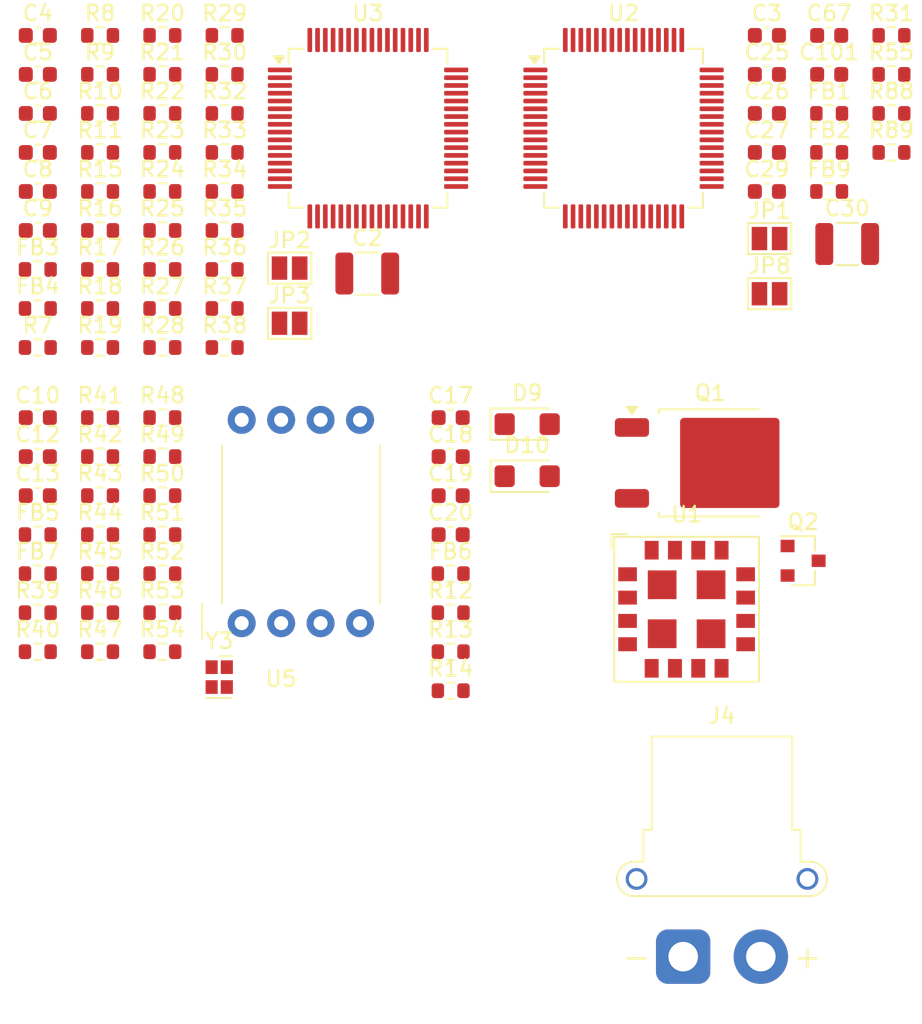
<source format=kicad_pcb>
(kicad_pcb (version 20241229) (generator "pcbnew") (generator_version "9.0")
  (layers (0 "F.Cu" signal) (2 "B.Cu" signal) (13 "F.Paste" user) (15 "B.Paste" user) (5 "F.SilkS" user "F.Silkscreen") (7 "B.SilkS" user "B.Silkscreen") (1 "F.Mask" user) (3 "B.Mask" user) (25 "Edge.Cuts" user))
  (property "APPROVER" "NaN")
  (property "AUTHOR" "Moritz and a bunch of others")
  (property "SUBSYSTEM" "Recovery Actuation and Control")
  (net 0 "")
  (net 1 "GND")
  (net 2 "Net-(U3-VBAT)")
  (net 3 "Net-(Y1-TRI-STATE)")
  (net 4 "Net-(Y2-TRI-STATE)")
  (net 5 "Net-(U5-Vcc)")
  (net 6 "/Sensor Input/3v3_Fsense")
  (net 7 "/CAN/CAN_EXT_N")
  (net 8 "Net-(U4-VCC)")
  (net 9 "Net-(C19-Pad1)")
  (net 10 "/CAN/CAN_EXT_P")
  (net 11 "Net-(U2-VBAT)")
  (net 12 "Net-(U15-VCC)")
  (net 13 "+3V3")
  (net 14 "Net-(JP1-A)")
  (net 15 "Net-(JP2-A)")
  (net 16 "/ERBus Input/12V_IN_RAW")
  (net 17 "+12V")
  (net 18 "Net-(Q1-G)")
  (net 19 "Net-(Q2-G)")
  (net 20 "/Controller Unit/Deployment Controller/MP0_IN")
  (net 21 "/Controller Unit/Deployment Controller/MP0_SAFE")
  (net 22 "/Controller Unit/Deployment Controller/MP1_IN")
  (net 23 "Net-(U4-RS)")
  (net 24 "/Controller Unit/Deployment Controller/MP1_SAFE")
  (net 25 "/Controller Unit/Deployment Controller/MP2_IN")
  (net 26 "/Controller Unit/Deployment Controller/MP2_SAFE")
  (net 27 "/Controller Unit/Deployment Controller/MP3_IN")
  (net 28 "/Controller Unit/Deployment Controller/MP3_SAFE")
  (net 29 "/Controller Unit/Deployment Controller/MP4_IN")
  (net 30 "/Controller Unit/Deployment Controller/MP4_SAFE")
  (net 31 "/Controller Unit/Deployment Controller/MP5_IN")
  (net 32 "/Controller Unit/Deployment Controller/MP5_SAFE")
  (net 33 "/Controller Unit/Deployment Controller/MP6_IN")
  (net 34 "/Controller Unit/Deployment Controller/MP6_SAFE")
  (net 35 "/Controller Unit/Deployment Controller/MP7_IN")
  (net 36 "/Controller Unit/Deployment Controller/MP7_SAFE")
  (net 37 "/Controller Unit/Deployment Controller/ARM_check")
  (net 38 "/Controller Unit/Deployment Controller/ARM_SAFE")
  (net 39 "Net-(U7-IRQ{slash}MDAT)")
  (net 40 "Net-(R40-Pad2)")
  (net 41 "Net-(R41-Pad1)")
  (net 42 "Net-(R43-Pad2)")
  (net 43 "/Sensor Input/F_IN_0")
  (net 44 "/Sensor Input/F_IN_1")
  (net 45 "Net-(R47-Pad2)")
  (net 46 "/Sensor Input/F_sense_CH0")
  (net 47 "/Sensor Input/F_sense_CH1")
  (net 48 "/Controller Unit/Deployment Controller/Received_Feedback")
  (net 49 "Net-(U2-PC15)")
  (net 50 "Net-(U15-IO2)")
  (net 51 "Net-(U15-IO3)")
  (net 54 "Net-(U1-EN)")
  (net 57 "Net-(U1-FB)")
  (net 61 "/Controller Unit/Sensor Controller/Fsense_SDO")
  (net 65 "/Controller Unit/Sensor Controller/CAN2_TX")
  (net 66 "/Controller Unit/Sensor Controller/USB_DN_INT")
  (net 76 "Net-(U2-PF0)")
  (net 77 "/Controller Unit/Sensor Controller/Fsense_SDI")
  (net 81 "/Controller Unit/Sensor Controller/FLASH_SCK")
  (net 84 "/Controller Unit/Sensor Controller/VCP_TX")
  (net 86 "/Controller Unit/Sensor Controller/SWCLK")
  (net 89 "/Controller Unit/Sensor Controller/FLASH_MISO")
  (net 91 "/Controller Unit/Sensor Controller/USB_DP_INT")
  (net 92 "/Controller Unit/Sensor Controller/Fsense_SCK")
  (net 94 "/Controller Unit/Sensor Controller/VCP_RX")
  (net 96 "/Controller Unit/Sensor Controller/FLASH_CS")
  (net 97 "/Controller Unit/Sensor Controller/Fsense_CS")
  (net 98 "/Controller Unit/Sensor Controller/FLASH_MOSI")
  (net 102 "/Controller Unit/Sensor Controller/Psense_CS")
  (net 104 "/Controller Unit/Sensor Controller/SWDIO")
  (net 110 "/Controller Unit/Sensor Controller/CAN2_RX")
  (net 113 "/Controller Unit/Deployment Controller/PWM_5")
  (net 114 "/Controller Unit/Deployment Controller/USB_DP_INT")
  (net 117 "/Controller Unit/Deployment Controller/SWDIO")
  (net 121 "/Controller Unit/Deployment Controller/CAN2_TX")
  (net 122 "Net-(U3-PF0)")
  (net 123 "/Controller Unit/Deployment Controller/SWCLK")
  (net 124 "/Controller Unit/Deployment Controller/PWM_2")
  (net 125 "/Controller Unit/Deployment Controller/PWM_1")
  (net 131 "/Controller Unit/Deployment Controller/PWM_3")
  (net 133 "/Controller Unit/Deployment Controller/VCP_RX")
  (net 134 "/Controller Unit/Deployment Controller/PWM_4")
  (net 135 "/Controller Unit/Deployment Controller/CAN2_RX")
  (net 149 "/Controller Unit/Deployment Controller/USB_DN_INT")
  (net 150 "/Controller Unit/Deployment Controller/VCP_TX")
  (net 155 "/Sensor Input/Psense_CS")
  (net 156 "/Sensor Input/Psense_SDO")
  (net 157 "/Sensor Input/Psense_SCK")
  (net 159 "Net-(U7-MCLK)")
  (footprint "Jumper:SolderJumper-2_P1.3mm_Open_Pad1.0x1.5mm" (layer "F.Cu") (at 150.76 77.1)
    (property "Reference" "JP1" (at 0 -1.8 0) (layer "F.SilkS"))
    (property "Value" "Solderbridge")
    (pad "1" smd rect (at -0.65 0) (size 1 1.5) (layers "F.Cu" "F.Mask") (net 14 "Net-(JP1-A)"))
    (pad "2" smd rect (at 0.65 0) (size 1 1.5) (layers "F.Cu" "F.Mask") (net 13 "+3V3"))
  )
  (footprint "Capacitor_SMD:C_0603_1608Metric" (layer "F.Cu") (at 103.65 66.54)
    (property "Reference" "C5" (at 0 -1.43 0) (layer "F.SilkS"))
    (property "Value" "100nF")
    (pad "1" smd roundrect (at -0.775 0) (size 0.9 0.95) (layers "F.Cu" "F.Mask" "F.Paste") (net 2 "Net-(U3-VBAT)"))
    (pad "2" smd roundrect (at 0.775 0) (size 0.9 0.95) (layers "F.Cu" "F.Mask" "F.Paste") (net 1 "GND"))
  )
  (footprint "Capacitor_SMD:C_0603_1608Metric" (layer "F.Cu") (at 103.65 76.58)
    (property "Reference" "C9" (at 0 -1.43 0) (layer "F.SilkS"))
    (property "Value" "100nF")
    (pad "1" smd roundrect (at -0.775 0) (size 0.9 0.95) (layers "F.Cu" "F.Mask" "F.Paste") (net 4 "Net-(Y2-TRI-STATE)"))
    (pad "2" smd roundrect (at 0.775 0) (size 0.9 0.95) (layers "F.Cu" "F.Mask" "F.Paste") (net 1 "GND"))
  )
  (footprint "Resistor_SMD:R_0603_1608Metric" (layer "F.Cu") (at 103.65 79.09)
    (property "Reference" "FB3" (at 0 -1.43 0) (layer "F.SilkS"))
    (property "Value" "470R")
    (pad "1" smd roundrect (at -0.825 0) (size 0.8 0.95) (layers "F.Cu" "F.Mask" "F.Paste") (net 13 "+3V3"))
    (pad "2" smd roundrect (at 0.825 0) (size 0.8 0.95) (layers "F.Cu" "F.Mask" "F.Paste") (net 2 "Net-(U3-VBAT)"))
  )
  (footprint "Resistor_SMD:R_0603_1608Metric" (layer "F.Cu") (at 130.23 103.68)
    (property "Reference" "R13" (at 0 -1.43 0) (layer "F.SilkS"))
    (property "Value" "10kR")
    (pad "1" smd roundrect (at -0.825 0) (size 0.8 0.95) (layers "F.Cu" "F.Mask" "F.Paste") (net 23 "Net-(U4-RS)"))
    (pad "2" smd roundrect (at 0.825 0) (size 0.8 0.95) (layers "F.Cu" "F.Mask" "F.Paste") (net 1 "GND"))
  )
  (footprint "Resistor_SMD:R_0603_1608Metric" (layer "F.Cu") (at 103.65 103.68)
    (property "Reference" "R40" (at 0 -1.43 0) (layer "F.SilkS"))
    (property "Value" "10kR")
    (pad "1" smd roundrect (at -0.825 0) (size 0.8 0.95) (layers "F.Cu" "F.Mask" "F.Paste") (net 6 "/Sensor Input/3v3_Fsense"))
    (pad "2" smd roundrect (at 0.825 0) (size 0.8 0.95) (layers "F.Cu" "F.Mask" "F.Paste") (net 40 "Net-(R40-Pad2)"))
  )
  (footprint "Package_QFP:LQFP-64_10x10mm_P0.5mm" (layer "F.Cu") (at 124.91 70)
    (property "Reference" "U3" (at 0 -7.4 0) (layer "F.SilkS"))
    (property "Value" "STM32G474RETx")
    (pad "1" smd roundrect (at -5.675 -3.75) (size 1.55 0.3) (layers "F.Cu" "F.Mask" "F.Paste") (net 2 "Net-(U3-VBAT)"))
    (pad "2" smd roundrect (at -5.675 -3.25) (size 1.55 0.3) (layers "F.Cu" "F.Mask" "F.Paste") (net 34 "/Controller Unit/Deployment Controller/MP6_SAFE"))
    (pad "3" smd roundrect (at -5.675 -2.75) (size 1.55 0.3) (layers "F.Cu" "F.Mask" "F.Paste") (net 36 "/Controller Unit/Deployment Controller/MP7_SAFE"))
    (pad "4" smd roundrect (at -5.675 -2.25) (size 1.55 0.3) (layers "F.Cu" "F.Mask" "F.Paste") (net 38 "/Controller Unit/Deployment Controller/ARM_SAFE"))
    (pad "5" smd roundrect (at -5.675 -1.75) (size 1.55 0.3) (layers "F.Cu" "F.Mask" "F.Paste") (net 122 "Net-(U3-PF0)"))
    (pad "6" smd roundrect (at -5.675 -1.25) (size 1.55 0.3) (layers "F.Cu" "F.Mask" "F.Paste"))
    (pad "7" smd roundrect (at -5.675 -0.75) (size 1.55 0.3) (layers "F.Cu" "F.Mask" "F.Paste"))
    (pad "8" smd roundrect (at -5.675 -0.25) (size 1.55 0.3) (layers "F.Cu" "F.Mask" "F.Paste") (net 48 "/Controller Unit/Deployment Controller/Received_Feedback"))
    (pad "9" smd roundrect (at -5.675 0.25) (size 1.55 0.3) (layers "F.Cu" "F.Mask" "F.Paste"))
    (pad "10" smd roundrect (at -5.675 0.75) (size 1.55 0.3) (layers "F.Cu" "F.Mask" "F.Paste"))
    (pad "11" smd roundrect (at -5.675 1.25) (size 1.55 0.3) (layers "F.Cu" "F.Mask" "F.Paste"))
    (pad "12" smd roundrect (at -5.675 1.75) (size 1.55 0.3) (layers "F.Cu" "F.Mask" "F.Paste"))
    (pad "13" smd roundrect (at -5.675 2.25) (size 1.55 0.3) (layers "F.Cu" "F.Mask" "F.Paste"))
    (pad "14" smd roundrect (at -5.675 2.75) (size 1.55 0.3) (layers "F.Cu" "F.Mask" "F.Paste") (net 150 "/Controller Unit/Deployment Controller/VCP_TX"))
    (pad "15" smd roundrect (at -5.675 3.25) (size 1.55 0.3) (layers "F.Cu" "F.Mask" "F.Paste") (net 1 "GND"))
    (pad "16" smd roundrect (at -5.675 3.75) (size 1.55 0.3) (layers "F.Cu" "F.Mask" "F.Paste") (net 2 "Net-(U3-VBAT)"))
    (pad "17" smd roundrect (at -3.75 5.675) (size 0.3 1.55) (layers "F.Cu" "F.Mask" "F.Paste") (net 133 "/Controller Unit/Deployment Controller/VCP_RX"))
    (pad "18" smd roundrect (at -3.25 5.675) (size 0.3 1.55) (layers "F.Cu" "F.Mask" "F.Paste") (net 125 "/Controller Unit/Deployment Controller/PWM_1"))
    (pad "19" smd roundrect (at -2.75 5.675) (size 0.3 1.55) (layers "F.Cu" "F.Mask" "F.Paste"))
    (pad "20" smd roundrect (at -2.25 5.675) (size 0.3 1.55) (layers "F.Cu" "F.Mask" "F.Paste") (net 134 "/Controller Unit/Deployment Controller/PWM_4"))
    (pad "21" smd roundrect (at -1.75 5.675) (size 0.3 1.55) (layers "F.Cu" "F.Mask" "F.Paste") (net 113 "/Controller Unit/Deployment Controller/PWM_5"))
    (pad "22" smd roundrect (at -1.25 5.675) (size 0.3 1.55) (layers "F.Cu" "F.Mask" "F.Paste"))
    (pad "23" smd roundrect (at -0.75 5.675) (size 0.3 1.55) (layers "F.Cu" "F.Mask" "F.Paste"))
    (pad "24" smd roundrect (at -0.25 5.675) (size 0.3 1.55) (layers "F.Cu" "F.Mask" "F.Paste"))
    (pad "25" smd roundrect (at 0.25 5.675) (size 0.3 1.55) (layers "F.Cu" "F.Mask" "F.Paste"))
    (pad "26" smd roundrect (at 0.75 5.675) (size 0.3 1.55) (layers "F.Cu" "F.Mask" "F.Paste"))
    (pad "27" smd roundrect (at 1.25 5.675) (size 0.3 1.55) (layers "F.Cu" "F.Mask" "F.Paste") (net 1 "GND"))
    (pad "28" smd roundrect (at 1.75 5.675) (size 0.3 1.55) (layers "F.Cu" "F.Mask" "F.Paste"))
    (pad "29" smd roundrect (at 2.25 5.675) (size 0.3 1.55) (layers "F.Cu" "F.Mask" "F.Paste") (net 2 "Net-(U3-VBAT)"))
    (pad "30" smd roundrect (at 2.75 5.675) (size 0.3 1.55) (layers "F.Cu" "F.Mask" "F.Paste"))
    (pad "31" smd roundrect (at 3.25 5.675) (size 0.3 1.55) (layers "F.Cu" "F.Mask" "F.Paste") (net 1 "GND"))
    (pad "32" smd roundrect (at 3.75 5.675) (size 0.3 1.55) (layers "F.Cu" "F.Mask" "F.Paste") (net 2 "Net-(U3-VBAT)"))
    (pad "33" smd roundrect (at 5.675 3.75) (size 1.55 0.3) (layers "F.Cu" "F.Mask" "F.Paste"))
    (pad "34" smd roundrect (at 5.675 3.25) (size 1.55 0.3) (layers "F.Cu" "F.Mask" "F.Paste") (net 135 "/Controller Unit/Deployment Controller/CAN2_RX"))
    (pad "35" smd roundrect (at 5.675 2.75) (size 1.55 0.3) (layers "F.Cu" "F.Mask" "F.Paste") (net 121 "/Controller Unit/Deployment Controller/CAN2_TX"))
    (pad "36" smd roundrect (at 5.675 2.25) (size 1.55 0.3) (layers "F.Cu" "F.Mask" "F.Paste"))
    (pad "37" smd roundrect (at 5.675 1.75) (size 1.55 0.3) (layers "F.Cu" "F.Mask" "F.Paste") (net 131 "/Controller Unit/Deployment Controller/PWM_3"))
    (pad "38" smd roundrect (at 5.675 1.25) (size 1.55 0.3) (layers "F.Cu" "F.Mask" "F.Paste"))
    (pad "39" smd roundrect (at 5.675 0.75) (size 1.55 0.3) (layers "F.Cu" "F.Mask" "F.Paste") (net 21 "/Controller Unit/Deployment Controller/MP0_SAFE"))
    (pad "40" smd roundrect (at 5.675 0.25) (size 1.55 0.3) (layers "F.Cu" "F.Mask" "F.Paste") (net 24 "/Controller Unit/Deployment Controller/MP1_SAFE"))
    (pad "41" smd roundrect (at 5.675 -0.25) (size 1.55 0.3) (layers "F.Cu" "F.Mask" "F.Paste") (net 26 "/Controller Unit/Deployment Controller/MP2_SAFE"))
    (pad "42" smd roundrect (at 5.675 -0.75) (size 1.55 0.3) (layers "F.Cu" "F.Mask" "F.Paste"))
    (pad "43" smd roundrect (at 5.675 -1.25) (size 1.55 0.3) (layers "F.Cu" "F.Mask" "F.Paste"))
    (pad "44" smd roundrect (at 5.675 -1.75) (size 1.55 0.3) (layers "F.Cu" "F.Mask" "F.Paste"))
    (pad "45" smd roundrect (at 5.675 -2.25) (size 1.55 0.3) (layers "F.Cu" "F.Mask" "F.Paste") (net 149 "/Controller Unit/Deployment Controller/USB_DN_INT"))
    (pad "46" smd roundrect (at 5.675 -2.75) (size 1.55 0.3) (layers "F.Cu" "F.Mask" "F.Paste") (net 114 "/Controller Unit/Deployment Controller/USB_DP_INT"))
    (pad "47" smd roundrect (at 5.675 -3.25) (size 1.55 0.3) (layers "F.Cu" "F.Mask" "F.Paste") (net 1 "GND"))
    (pad "48" smd roundrect (at 5.675 -3.75) (size 1.55 0.3) (layers "F.Cu" "F.Mask" "F.Paste") (net 2 "Net-(U3-VBAT)"))
    (pad "49" smd roundrect (at 3.75 -5.675) (size 0.3 1.55) (layers "F.Cu" "F.Mask" "F.Paste") (net 117 "/Controller Unit/Deployment Controller/SWDIO"))
    (pad "50" smd roundrect (at 3.25 -5.675) (size 0.3 1.55) (layers "F.Cu" "F.Mask" "F.Paste") (net 123 "/Controller Unit/Deployment Controller/SWCLK"))
    (pad "51" smd roundrect (at 2.75 -5.675) (size 0.3 1.55) (layers "F.Cu" "F.Mask" "F.Paste"))
    (pad "52" smd roundrect (at 2.25 -5.675) (size 0.3 1.55) (layers "F.Cu" "F.Mask" "F.Paste") (net 28 "/Controller Unit/Deployment Controller/MP3_SAFE"))
    (pad "53" smd roundrect (at 1.75 -5.675) (size 0.3 1.55) (layers "F.Cu" "F.Mask" "F.Paste") (net 30 "/Controller Unit/Deployment Controller/MP4_SAFE"))
    (pad "54" smd roundrect (at 1.25 -5.675) (size 0.3 1.55) (layers "F.Cu" "F.Mask" "F.Paste") (net 32 "/Controller Unit/Deployment Controller/MP5_SAFE"))
    (pad "55" smd roundrect (at 0.75 -5.675) (size 0.3 1.55) (layers "F.Cu" "F.Mask" "F.Paste"))
    (pad "56" smd roundrect (at 0.25 -5.675) (size 0.3 1.55) (layers "F.Cu" "F.Mask" "F.Paste"))
    (pad "57" smd roundrect (at -0.25 -5.675) (size 0.3 1.55) (layers "F.Cu" "F.Mask" "F.Paste"))
    (pad "58" smd roundrect (at -0.75 -5.675) (size 0.3 1.55) (layers "F.Cu" "F.Mask" "F.Paste"))
    (pad "59" smd roundrect (at -1.25 -5.675) (size 0.3 1.55) (layers "F.Cu" "F.Mask" "F.Paste") (net 124 "/Controller Unit/Deployment Controller/PWM_2"))
    (pad "60" smd roundrect (at -1.75 -5.675) (size 0.3 1.55) (layers "F.Cu" "F.Mask" "F.Paste"))
    (pad "61" smd roundrect (at -2.25 -5.675) (size 0.3 1.55) (layers "F.Cu" "F.Mask" "F.Paste") (net 15 "Net-(JP2-A)"))
    (pad "62" smd roundrect (at -2.75 -5.675) (size 0.3 1.55) (layers "F.Cu" "F.Mask" "F.Paste"))
    (pad "63" smd roundrect (at -3.25 -5.675) (size 0.3 1.55) (layers "F.Cu" "F.Mask" "F.Paste") (net 1 "GND"))
    (pad "64" smd roundrect (at -3.75 -5.675) (size 0.3 1.55) (layers "F.Cu" "F.Mask" "F.Paste") (net 2 "Net-(U3-VBAT)"))
  )
  (footprint "Resistor_SMD:R_0603_1608Metric" (layer "F.Cu") (at 107.66 98.66)
    (property "Reference" "R45" (at 0 -1.43 0) (layer "F.SilkS"))
    (property "Value" "0")
    (pad "1" smd roundrect (at -0.825 0) (size 0.8 0.95) (layers "F.Cu" "F.Mask" "F.Paste") (net 43 "/Sensor Input/F_IN_0"))
    (pad "2" smd roundrect (at 0.825 0) (size 0.8 0.95) (layers "F.Cu" "F.Mask" "F.Paste") (net 41 "Net-(R41-Pad1)"))
  )
  (footprint "Resistor_SMD:R_0603_1608Metric" (layer "F.Cu") (at 107.66 101.17)
    (property "Reference" "R46" (at 0 -1.43 0) (layer "F.SilkS"))
    (property "Value" "0")
    (pad "1" smd roundrect (at -0.825 0) (size 0.8 0.95) (layers "F.Cu" "F.Mask" "F.Paste") (net 41 "Net-(R41-Pad1)"))
    (pad "2" smd roundrect (at 0.825 0) (size 0.8 0.95) (layers "F.Cu" "F.Mask" "F.Paste") (net 44 "/Sensor Input/F_IN_1"))
  )
  (footprint "Resistor_SMD:R_0603_1608Metric" (layer "F.Cu") (at 115.68 79.09)
    (property "Reference" "R36" (at 0 -1.43 0) (layer "F.SilkS"))
    (property "Value" "10kR")
    (pad "1" smd roundrect (at -0.825 0) (size 0.8 0.95) (layers "F.Cu" "F.Mask" "F.Paste") (net 13 "+3V3"))
    (pad "2" smd roundrect (at 0.825 0) (size 0.8 0.95) (layers "F.Cu" "F.Mask" "F.Paste") (net 37 "/Controller Unit/Deployment Controller/ARM_check"))
  )
  (footprint "Resistor_SMD:R_0603_1608Metric" (layer "F.Cu") (at 103.65 81.6)
    (property "Reference" "FB4" (at 0 -1.43 0) (layer "F.SilkS"))
    (property "Value" "470R")
    (pad "1" smd roundrect (at -0.825 0) (size 0.8 0.95) (layers "F.Cu" "F.Mask" "F.Paste") (net 13 "+3V3"))
    (pad "2" smd roundrect (at 0.825 0) (size 0.8 0.95) (layers "F.Cu" "F.Mask" "F.Paste") (net 4 "Net-(Y2-TRI-STATE)"))
  )
  (footprint "Jumper:SolderJumper-2_P1.3mm_Open_Pad1.0x1.5mm" (layer "F.Cu") (at 119.86 82.55)
    (property "Reference" "JP3" (at 0 -1.8 0) (layer "F.SilkS"))
    (property "Value" "Solderbridge")
    (pad "1" smd rect (at -0.65 0) (size 1 1.5) (layers "F.Cu" "F.Mask") (net 15 "Net-(JP2-A)"))
    (pad "2" smd rect (at 0.65 0) (size 1 1.5) (layers "F.Cu" "F.Mask") (net 13 "+3V3"))
  )
  (footprint "Resistor_SMD:R_0603_1608Metric" (layer "F.Cu") (at 111.67 76.58)
    (property "Reference" "R25" (at 0 -1.43 0) (layer "F.SilkS"))
    (property "Value" "10kR")
    (pad "1" smd roundrect (at -0.825 0) (size 0.8 0.95) (layers "F.Cu" "F.Mask" "F.Paste") (net 29 "/Controller Unit/Deployment Controller/MP4_IN"))
    (pad "2" smd roundrect (at 0.825 0) (size 0.8 0.95) (layers "F.Cu" "F.Mask" "F.Paste") (net 1 "GND"))
  )
  (footprint "Resistor_SMD:R_0603_1608Metric" (layer "F.Cu") (at 111.67 79.09)
    (property "Reference" "R26" (at 0 -1.43 0) (layer "F.SilkS"))
    (property "Value" "10kR")
    (pad "1" smd roundrect (at -0.825 0) (size 0.8 0.95) (layers "F.Cu" "F.Mask" "F.Paste") (net 13 "+3V3"))
    (pad "2" smd roundrect (at 0.825 0) (size 0.8 0.95) (layers "F.Cu" "F.Mask" "F.Paste") (net 31 "/Controller Unit/Deployment Controller/MP5_IN"))
  )
  (footprint "Capacitor_SMD:C_0603_1608Metric" (layer "F.Cu") (at 103.65 88.62)
    (property "Reference" "C10" (at 0 -1.43 0) (layer "F.SilkS"))
    (property "Value" "100n")
    (pad "1" smd roundrect (at -0.775 0) (size 0.9 0.95) (layers "F.Cu" "F.Mask" "F.Paste") (net 5 "Net-(U5-Vcc)"))
    (pad "2" smd roundrect (at 0.775 0) (size 0.9 0.95) (layers "F.Cu" "F.Mask" "F.Paste") (net 1 "GND"))
  )
  (footprint "Resistor_SMD:R_0603_1608Metric" (layer "F.Cu") (at 111.67 91.13)
    (property "Reference" "R49" (at 0 -1.43 0) (layer "F.SilkS"))
    (property "Value" "0")
    (pad "1" smd roundrect (at -0.825 0) (size 0.8 0.95) (layers "F.Cu" "F.Mask" "F.Paste") (net 45 "Net-(R47-Pad2)"))
    (pad "2" smd roundrect (at 0.825 0) (size 0.8 0.95) (layers "F.Cu" "F.Mask" "F.Paste") (net 46 "/Sensor Input/F_sense_CH0"))
  )
  (footprint "Resistor_SMD:R_0603_1608Metric" (layer "F.Cu") (at 130.23 98.66)
    (property "Reference" "FB6" (at 0 -1.43 0) (layer "F.SilkS"))
    (property "Value" "470R")
    (pad "1" smd roundrect (at -0.825 0) (size 0.8 0.95) (layers "F.Cu" "F.Mask" "F.Paste") (net 13 "+3V3"))
    (pad "2" smd roundrect (at 0.825 0) (size 0.8 0.95) (layers "F.Cu" "F.Mask" "F.Paste") (net 8 "Net-(U4-VCC)"))
  )
  (footprint "Resistor_SMD:R_0603_1608Metric" (layer "F.Cu") (at 111.67 96.15)
    (property "Reference" "R51" (at 0 -1.43 0) (layer "F.SilkS"))
    (property "Value" "0")
    (pad "1" smd roundrect (at -0.825 0) (size 0.8 0.95) (layers "F.Cu" "F.Mask" "F.Paste") (net 41 "Net-(R41-Pad1)"))
    (pad "2" smd roundrect (at 0.825 0) (size 0.8 0.95) (layers "F.Cu" "F.Mask" "F.Paste") (net 46 "/Sensor Input/F_sense_CH0"))
  )
  (footprint "Resistor_SMD:R_0603_1608Metric" (layer "F.Cu") (at 111.67 88.62)
    (property "Reference" "R48" (at 0 -1.43 0) (layer "F.SilkS"))
    (property "Value" "0")
    (pad "1" smd roundrect (at -0.825 0) (size 0.8 0.95) (layers "F.Cu" "F.Mask" "F.Paste") (net 45 "Net-(R47-Pad2)"))
    (pad "2" smd roundrect (at 0.825 0) (size 0.8 0.95) (layers "F.Cu" "F.Mask" "F.Paste") (net 44 "/Sensor Input/F_IN_1"))
  )
  (footprint "Capacitor_SMD:C_0603_1608Metric" (layer "F.Cu") (at 103.65 69.05)
    (property "Reference" "C6" (at 0 -1.43 0) (layer "F.SilkS"))
    (property "Value" "100nF")
    (pad "1" smd roundrect (at -0.775 0) (size 0.9 0.95) (layers "F.Cu" "F.Mask" "F.Paste") (net 2 "Net-(U3-VBAT)"))
    (pad "2" smd roundrect (at 0.775 0) (size 0.9 0.95) (layers "F.Cu" "F.Mask" "F.Paste") (net 1 "GND"))
  )
  (footprint "Resistor_SMD:R_0603_1608Metric" (layer "F.Cu") (at 107.66 69.05)
    (property "Reference" "R10" (at 0 -1.43 0) (layer "F.SilkS"))
    (property "Value" "10kR")
    (pad "1" smd roundrect (at -0.825 0) (size 0.8 0.95) (layers "F.Cu" "F.Mask" "F.Paste") (net 20 "/Controller Unit/Deployment Controller/MP0_IN"))
    (pad "2" smd roundrect (at 0.825 0) (size 0.8 0.95) (layers "F.Cu" "F.Mask" "F.Paste") (net 1 "GND"))
  )
  (footprint "Resistor_SMD:R_0603_1608Metric" (layer "F.Cu") (at 107.66 64.03)
    (property "Reference" "R8" (at 0 -1.43 0) (layer "F.SilkS"))
    (property "Value" "10kR")
    (pad "1" smd roundrect (at -0.825 0) (size 0.8 0.95) (layers "F.Cu" "F.Mask" "F.Paste") (net 13 "+3V3"))
    (pad "2" smd roundrect (at 0.825 0) (size 0.8 0.95) (layers "F.Cu" "F.Mask" "F.Paste") (net 20 "/Controller Unit/Deployment Controller/MP0_IN"))
  )
  (footprint "Resistor_SMD:R_0603_1608Metric" (layer "F.Cu") (at 154.6 74.07)
    (property "Reference" "FB9" (at 0 -1.43 0) (layer "F.SilkS"))
    (property "Value" "470R")
    (pad "1" smd roundrect (at -0.825 0) (size 0.8 0.95) (layers "F.Cu" "F.Mask" "F.Paste") (net 13 "+3V3"))
    (pad "2" smd roundrect (at 0.825 0) (size 0.8 0.95) (layers "F.Cu" "F.Mask" "F.Paste") (net 12 "Net-(U15-VCC)"))
  )
  (footprint "Capacitor_SMD:C_0603_1608Metric" (layer "F.Cu") (at 130.23 91.13)
    (property "Reference" "C18" (at 0 -1.43 0) (layer "F.SilkS"))
    (property "Value" "100nF")
    (pad "1" smd roundrect (at -0.775 0) (size 0.9 0.95) (layers "F.Cu" "F.Mask" "F.Paste") (net 8 "Net-(U4-VCC)"))
    (pad "2" smd roundrect (at 0.775 0) (size 0.9 0.95) (layers "F.Cu" "F.Mask" "F.Paste") (net 1 "GND"))
  )
  (footprint "Resistor_SMD:R_0603_1608Metric" (layer "F.Cu") (at 107.66 91.13)
    (property "Reference" "R42" (at 0 -1.43 0) (layer "F.SilkS"))
    (property "Value" "10kR")
    (pad "1" smd roundrect (at -0.825 0) (size 0.8 0.95) (layers "F.Cu" "F.Mask" "F.Paste") (net 40 "Net-(R40-Pad2)"))
    (pad "2" smd roundrect (at 0.825 0) (size 0.8 0.95) (layers "F.Cu" "F.Mask" "F.Paste") (net 1 "GND"))
  )
  (footprint "Resistor_SMD:R_0603_1608Metric" (layer "F.Cu") (at 154.6 71.56)
    (property "Reference" "FB2" (at 0 -1.43 0) (layer "F.SilkS"))
    (property "Value" "470R")
    (pad "1" smd roundrect (at -0.825 0) (size 0.8 0.95) (layers "F.Cu" "F.Mask" "F.Paste") (net 13 "+3V3"))
    (pad "2" smd roundrect (at 0.825 0) (size 0.8 0.95) (layers "F.Cu" "F.Mask" "F.Paste") (net 11 "Net-(U2-VBAT)"))
  )
  (footprint "Package_QFP:LQFP-64_10x10mm_P0.5mm" (layer "F.Cu") (at 141.36 70)
    (property "Reference" "U2" (at 0 -7.4 0) (layer "F.SilkS"))
    (property "Value" "STM32G474RETx")
    (pad "1" smd roundrect (at -5.675 -3.75) (size 1.55 0.3) (layers "F.Cu" "F.Mask" "F.Paste") (net 11 "Net-(U2-VBAT)"))
    (pad "2" smd roundrect (at -5.675 -3.25) (size 1.55 0.3) (layers "F.Cu" "F.Mask" "F.Paste"))
    (pad "3" smd roundrect (at -5.675 -2.75) (size 1.55 0.3) (layers "F.Cu" "F.Mask" "F.Paste"))
    (pad "4" smd roundrect (at -5.675 -2.25) (size 1.55 0.3) (layers "F.Cu" "F.Mask" "F.Paste") (net 49 "Net-(U2-PC15)"))
    (pad "5" smd roundrect (at -5.675 -1.75) (size 1.55 0.3) (layers "F.Cu" "F.Mask" "F.Paste") (net 76 "Net-(U2-PF0)"))
    (pad "6" smd roundrect (at -5.675 -1.25) (size 1.55 0.3) (layers "F.Cu" "F.Mask" "F.Paste"))
    (pad "7" smd roundrect (at -5.675 -0.75) (size 1.55 0.3) (layers "F.Cu" "F.Mask" "F.Paste"))
    (pad "8" smd roundrect (at -5.675 -0.25) (size 1.55 0.3) (layers "F.Cu" "F.Mask" "F.Paste"))
    (pad "9" smd roundrect (at -5.675 0.25) (size 1.55 0.3) (layers "F.Cu" "F.Mask" "F.Paste"))
    (pad "10" smd roundrect (at -5.675 0.75) (size 1.55 0.3) (layers "F.Cu" "F.Mask" "F.Paste"))
    (pad "11" smd roundrect (at -5.675 1.25) (size 1.55 0.3) (layers "F.Cu" "F.Mask" "F.Paste"))
    (pad "12" smd roundrect (at -5.675 1.75) (size 1.55 0.3) (layers "F.Cu" "F.Mask" "F.Paste"))
    (pad "13" smd roundrect (at -5.675 2.25) (size 1.55 0.3) (layers "F.Cu" "F.Mask" "F.Paste"))
    (pad "14" smd roundrect (at -5.675 2.75) (size 1.55 0.3) (layers "F.Cu" "F.Mask" "F.Paste") (net 84 "/Controller Unit/Sensor Controller/VCP_TX"))
    (pad "15" smd roundrect (at -5.675 3.25) (size 1.55 0.3) (layers "F.Cu" "F.Mask" "F.Paste") (net 1 "GND"))
    (pad "16" smd roundrect (at -5.675 3.75) (size 1.55 0.3) (layers "F.Cu" "F.Mask" "F.Paste") (net 11 "Net-(U2-VBAT)"))
    (pad "17" smd roundrect (at -3.75 5.675) (size 0.3 1.55) (layers "F.Cu" "F.Mask" "F.Paste") (net 94 "/Controller Unit/Sensor Controller/VCP_RX"))
    (pad "18" smd roundrect (at -3.25 5.675) (size 0.3 1.55) (layers "F.Cu" "F.Mask" "F.Paste") (net 96 "/Controller Unit/Sensor Controller/FLASH_CS"))
    (pad "19" smd roundrect (at -2.75 5.675) (size 0.3 1.55) (layers "F.Cu" "F.Mask" "F.Paste") (net 81 "/Controller Unit/Sensor Controller/FLASH_SCK"))
    (pad "20" smd roundrect (at -2.25 5.675) (size 0.3 1.55) (layers "F.Cu" "F.Mask" "F.Paste") (net 89 "/Controller Unit/Sensor Controller/FLASH_MISO"))
    (pad "21" smd roundrect (at -1.75 5.675) (size 0.3 1.55) (layers "F.Cu" "F.Mask" "F.Paste") (net 98 "/Controller Unit/Sensor Controller/FLASH_MOSI"))
    (pad "22" smd roundrect (at -1.25 5.675) (size 0.3 1.55) (layers "F.Cu" "F.Mask" "F.Paste"))
    (pad "23" smd roundrect (at -0.75 5.675) (size 0.3 1.55) (layers "F.Cu" "F.Mask" "F.Paste"))
    (pad "24" smd roundrect (at -0.25 5.675) (size 0.3 1.55) (layers "F.Cu" "F.Mask" "F.Paste") (net 102 "/Controller Unit/Sensor Controller/Psense_CS"))
    (pad "25" smd roundrect (at 0.25 5.675) (size 0.3 1.55) (layers "F.Cu" "F.Mask" "F.Paste"))
    (pad "26" smd roundrect (at 0.75 5.675) (size 0.3 1.55) (layers "F.Cu" "F.Mask" "F.Paste"))
    (pad "27" smd roundrect (at 1.25 5.675) (size 0.3 1.55) (layers "F.Cu" "F.Mask" "F.Paste") (net 1 "GND"))
    (pad "28" smd roundrect (at 1.75 5.675) (size 0.3 1.55) (layers "F.Cu" "F.Mask" "F.Paste"))
    (pad "29" smd roundrect (at 2.25 5.675) (size 0.3 1.55) (layers "F.Cu" "F.Mask" "F.Paste") (net 11 "Net-(U2-VBAT)"))
    (pad "30" smd roundrect (at 2.75 5.675) (size 0.3 1.55) (layers "F.Cu" "F.Mask" "F.Paste"))
    (pad "31" smd roundrect (at 3.25 5.675) (size 0.3 1.55) (layers "F.Cu" "F.Mask" "F.Paste") (net 1 "GND"))
    (pad "32" smd roundrect (at 3.75 5.675) (size 0.3 1.55) (layers "F.Cu" "F.Mask" "F.Paste") (net 11 "Net-(U2-VBAT)"))
    (pad "33" smd roundrect (at 5.675 3.75) (size 1.55 0.3) (layers "F.Cu" "F.Mask" "F.Paste"))
    (pad "34" smd roundrect (at 5.675 3.25) (size 1.55 0.3) (layers "F.Cu" "F.Mask" "F.Paste") (net 110 "/Controller Unit/Sensor Controller/CAN2_RX"))
    (pad "35" smd roundrect (at 5.675 2.75) (size 1.55 0.3) (layers "F.Cu" "F.Mask" "F.Paste") (net 65 "/Controller Unit/Sensor Controller/CAN2_TX"))
    (pad "36" smd roundrect (at 5.675 2.25) (size 1.55 0.3) (layers "F.Cu" "F.Mask" "F.Paste"))
    (pad "37" smd roundrect (at 5.675 1.75) (size 1.55 0.3) (layers "F.Cu" "F.Mask" "F.Paste"))
    (pad "38" smd roundrect (at 5.675 1.25) (size 1.55 0.3) (layers "F.Cu" "F.Mask" "F.Paste"))
    (pad "39" smd roundrect (at 5.675 0.75) (size 1.55 0.3) (layers "F.Cu" "F.Mask" "F.Paste"))
    (pad "40" smd roundrect (at 5.675 0.25) (size 1.55 0.3) (layers "F.Cu" "F.Mask" "F.Paste"))
    (pad "41" smd roundrect (at 5.675 -0.25) (size 1.55 0.3) (layers "F.Cu" "F.Mask" "F.Paste"))
    (pad "42" smd roundrect (at 5.675 -0.75) (size 1.55 0.3) (layers "F.Cu" "F.Mask" "F.Paste"))
    (pad "43" smd roundrect (at 5.675 -1.25) (size 1.55 0.3) (layers "F.Cu" "F.Mask" "F.Paste"))
    (pad "44" smd roundrect (at 5.675 -1.75) (size 1.55 0.3) (layers "F.Cu" "F.Mask" "F.Paste"))
    (pad "45" smd roundrect (at 5.675 -2.25) (size 1.55 0.3) (layers "F.Cu" "F.Mask" "F.Paste") (net 66 "/Controller Unit/Sensor Controller/USB_DN_INT"))
    (pad "46" smd roundrect (at 5.675 -2.75) (size 1.55 0.3) (layers "F.Cu" "F.Mask" "F.Paste") (net 91 "/Controller Unit/Sensor Controller/USB_DP_INT"))
    (pad "47" smd roundrect (at 5.675 -3.25) (size 1.55 0.3) (layers "F.Cu" "F.Mask" "F.Paste") (net 1 "GND"))
    (pad "48" smd roundrect (at 5.675 -3.75) (size 1.55 0.3) (layers "F.Cu" "F.Mask" "F.Paste") (net 11 "Net-(U2-VBAT)"))
    (pad "49" smd roundrect (at 3.75 -5.675) (size 0.3 1.55) (layers "F.Cu" "F.Mask" "F.Paste") (net 104 "/Controller Unit/Sensor Controller/SWDIO"))
    (pad "50" smd roundrect (at 3.25 -5.675) (size 0.3 1.55) (layers "F.Cu" "F.Mask" "F.Paste") (net 86 "/Controller Unit/Sensor Controller/SWCLK"))
    (pad "51" smd roundrect (at 2.75 -5.675) (size 0.3 1.55) (layers "F.Cu" "F.Mask" "F.Paste") (net 97 "/Controller Unit/Sensor Controller/Fsense_CS"))
    (pad "52" smd roundrect (at 2.25 -5.675) (size 0.3 1.55) (layers "F.Cu" "F.Mask" "F.Paste"))
    (pad "53" smd roundrect (at 1.75 -5.675) (size 0.3 1.55) (layers "F.Cu" "F.Mask" "F.Paste"))
    (pad "54" smd roundrect (at 1.25 -5.675) (size 0.3 1.55) (layers "F.Cu" "F.Mask" "F.Paste"))
    (pad "55" smd roundrect (at 0.75 -5.675) (size 0.3 1.55) (layers "F.Cu" "F.Mask" "F.Paste"))
    (pad "56" smd roundrect (at 0.25 -5.675) (size 0.3 1.55) (layers "F.Cu" "F.Mask" "F.Paste") (net 92 "/Controller Unit/Sensor Controller/Fsense_SCK"))
    (pad "57" smd roundrect (at -0.25 -5.675) (size 0.3 1.55) (layers "F.Cu" "F.Mask" "F.Paste") (net 61 "/Controller Unit/Sensor Controller/Fsense_SDO"))
    (pad "58" smd roundrect (at -0.75 -5.675) (size 0.3 1.55) (layers "F.Cu" "F.Mask" "F.Paste") (net 77 "/Controller Unit/Sensor Controller/Fsense_SDI"))
    (pad "59" smd roundrect (at -1.25 -5.675) (size 0.3 1.55) (layers "F.Cu" "F.Mask" "F.Paste"))
    (pad "60" smd roundrect (at -1.75 -5.675) (size 0.3 1.55) (layers "F.Cu" "F.Mask" "F.Paste"))
    (pad "61" smd roundrect (at -2.25 -5.675) (size 0.3 1.55) (layers "F.Cu" "F.Mask" "F.Paste") (net 14 "Net-(JP1-A)"))
    (pad "62" smd roundrect (at -2.75 -5.675) (size 0.3 1.55) (layers "F.Cu" "F.Mask" "F.Paste"))
    (pad "63" smd roundrect (at -3.25 -5.675) (size 0.3 1.55) (layers "F.Cu" "F.Mask" "F.Paste") (net 1 "GND"))
    (pad "64" smd roundrect (at -3.75 -5.675) (size 0.3 1.55) (layers "F.Cu" "F.Mask" "F.Paste") (net 11 "Net-(U2-VBAT)"))
  )
  (footprint "Resistor_SMD:R_0603_1608Metric" (layer "F.Cu") (at 111.67 103.68)
    (property "Reference" "R54" (at 0 -1.43 0) (layer "F.SilkS"))
    (property "Value" "0")
    (pad "1" smd roundrect (at -0.825 0) (size 0.8 0.95) (layers "F.Cu" "F.Mask" "F.Paste") (net 47 "/Sensor Input/F_sense_CH1"))
    (pad "2" smd roundrect (at 0.825 0) (size 0.8 0.95) (layers "F.Cu" "F.Mask" "F.Paste") (net 44 "/Sensor Input/F_IN_1"))
  )
  (footprint "Resistor_SMD:R_0603_1608Metric" (layer "F.Cu") (at 111.67 71.56)
    (property "Reference" "R23" (at 0 -1.43 0) (layer "F.SilkS"))
    (property "Value" "10kR")
    (pad "1" smd roundrect (at -0.825 0) (size 0.8 0.95) (layers "F.Cu" "F.Mask" "F.Paste") (net 13 "+3V3"))
    (pad "2" smd roundrect (at 0.825 0) (size 0.8 0.95) (layers "F.Cu" "F.Mask" "F.Paste") (net 29 "/Controller Unit/Deployment Controller/MP4_IN"))
  )
  (footprint "Resistor_SMD:R_0603_1608Metric" (layer "F.Cu") (at 115.68 76.58)
    (property "Reference" "R35" (at 0 -1.43 0) (layer "F.SilkS"))
    (property "Value" "10kR")
    (pad "1" smd roundrect (at -0.825 0) (size 0.8 0.95) (layers "F.Cu" "F.Mask" "F.Paste") (net 35 "/Controller Unit/Deployment Controller/MP7_IN"))
    (pad "2" smd roundrect (at 0.825 0) (size 0.8 0.95) (layers "F.Cu" "F.Mask" "F.Paste") (net 1 "GND"))
  )
  (footprint "Resistor_SMD:R_0603_1608Metric" (layer "F.Cu") (at 115.68 84.11)
    (property "Reference" "R38" (at 0 -1.43 0) (layer "F.SilkS"))
    (property "Value" "10kR")
    (pad "1" smd roundrect (at -0.825 0) (size 0.8 0.95) (layers "F.Cu" "F.Mask" "F.Paste") (net 37 "/Controller Unit/Deployment Controller/ARM_check"))
    (pad "2" smd roundrect (at 0.825 0) (size 0.8 0.95) (layers "F.Cu" "F.Mask" "F.Paste") (net 1 "GND"))
  )
  (footprint "Capacitor_SMD:C_0603_1608Metric" (layer "F.Cu") (at 150.59 64.03)
    (property "Reference" "C3" (at 0 -1.43 0) (layer "F.SilkS"))
    (property "Value" "100nF")
    (pad "1" smd roundrect (at -0.775 0) (size 0.9 0.95) (layers "F.Cu" "F.Mask" "F.Paste") (net 3 "Net-(Y1-TRI-STATE)"))
    (pad "2" smd roundrect (at 0.775 0) (size 0.9 0.95) (layers "F.Cu" "F.Mask" "F.Paste") (net 1 "GND"))
  )
  (footprint "Resistor_SMD:R_0603_1608Metric" (layer "F.Cu") (at 115.68 71.56)
    (property "Reference" "R33" (at 0 -1.43 0) (layer "F.SilkS"))
    (property "Value" "10kR")
    (pad "1" smd roundrect (at -0.825 0) (size 0.8 0.95) (layers "F.Cu" "F.Mask" "F.Paste") (net 13 "+3V3"))
    (pad "2" smd roundrect (at 0.825 0) (size 0.8 0.95) (layers "F.Cu" "F.Mask" "F.Paste") (net 35 "/Controller Unit/Deployment Controller/MP7_IN"))
  )
  (footprint "Capacitor_SMD:C_0603_1608Metric" (layer "F.Cu") (at 150.59 71.56)
    (property "Reference" "C27" (at 0 -1.43 0) (layer "F.SilkS"))
    (property "Value" "100nF")
    (pad "1" smd roundrect (at -0.775 0) (size 0.9 0.95) (layers "F.Cu" "F.Mask" "F.Paste") (net 11 "Net-(U2-VBAT)"))
    (pad "2" smd roundrect (at 0.775 0) (size 0.9 0.95) (layers "F.Cu" "F.Mask" "F.Paste") (net 1 "GND"))
  )
  (footprint "Resistor_SMD:R_0603_1608Metric" (layer "F.Cu") (at 111.67 84.11)
    (property "Reference" "R28" (at 0 -1.43 0) (layer "F.SilkS"))
    (property "Value" "10kR")
    (pad "1" smd roundrect (at -0.825 0) (size 0.8 0.95) (layers "F.Cu" "F.Mask" "F.Paste") (net 31 "/Controller Unit/Deployment Controller/MP5_IN"))
    (pad "2" smd roundrect (at 0.825 0) (size 0.8 0.95) (layers "F.Cu" "F.Mask" "F.Paste") (net 1 "GND"))
  )
  (footprint "Resistor_SMD:R_0603_1608Metric" (layer "F.Cu") (at 115.68 81.6)
    (property "Reference" "R37" (at 0 -1.43 0) (layer "F.SilkS"))
    (property "Value" "10kR")
    (pad "1" smd roundrect (at -0.825 0) (size 0.8 0.95) (layers "F.Cu" "F.Mask" "F.Paste") (net 38 "/Controller Unit/Deployment Controller/ARM_SAFE"))
    (pad "2" smd roundrect (at 0.825 0) (size 0.8 0.95) (layers "F.Cu" "F.Mask" "F.Paste") (net 37 "/Controller Unit/Deployment Controller/ARM_check"))
  )
  (footprint "Resistor_SMD:R_0603_1608Metric" (layer "F.Cu") (at 111.67 64.03)
    (property "Reference" "R20" (at 0 -1.43 0) (layer "F.SilkS"))
    (property "Value" "10kR")
    (pad "1" smd roundrect (at -0.825 0) (size 0.8 0.95) (layers "F.Cu" "F.Mask" "F.Paste") (net 13 "+3V3"))
    (pad "2" smd roundrect (at 0.825 0) (size 0.8 0.95) (layers "F.Cu" "F.Mask" "F.Paste") (net 27 "/Controller Unit/Deployment Controller/MP3_IN"))
  )
  (footprint "Capacitor_SMD:C_0603_1608Metric" (layer "F.Cu") (at 103.65 91.13)
    (property "Reference" "C12" (at 0 -1.43 0) (layer "F.SilkS"))
    (property "Value" "100nF")
    (pad "1" smd roundrect (at -0.775 0) (size 0.9 0.95) (layers "F.Cu" "F.Mask" "F.Paste") (net 6 "/Sensor Input/3v3_Fsense"))
    (pad "2" smd roundrect (at 0.775 0) (size 0.9 0.95) (layers "F.Cu" "F.Mask" "F.Paste") (net 1 "GND"))
  )
  (footprint "Capacitor_SMD:C_0603_1608Metric" (layer "F.Cu") (at 154.6 64.03)
    (property "Reference" "C67" (at 0 -1.43 0) (layer "F.SilkS"))
    (property "Value" "100nF")
    (pad "1" smd roundrect (at -0.775 0) (size 0.9 0.95) (layers "F.Cu" "F.Mask" "F.Paste") (net 12 "Net-(U15-VCC)"))
    (pad "2" smd roundrect (at 0.775 0) (size 0.9 0.95) (layers "F.Cu" "F.Mask" "F.Paste") (net 1 "GND"))
  )
  (footprint "Resistor_SMD:R_0603_1608Metric" (layer "F.Cu") (at 111.67 93.64)
    (property "Reference" "R50" (at 0 -1.43 0) (layer "F.SilkS"))
    (property "Value" "0")
    (pad "1" smd roundrect (at -0.825 0) (size 0.8 0.95) (layers "F.Cu" "F.Mask" "F.Paste") (net 47 "/Sensor Input/F_sense_CH1"))
    (pad "2" smd roundrect (at 0.825 0) (size 0.8 0.95) (layers "F.Cu" "F.Mask" "F.Paste") (net 42 "Net-(R43-Pad2)"))
  )
  (footprint "Resistor_SMD:R_0603_1608Metric" (layer "F.Cu") (at 107.66 93.64)
    (property "Reference" "R43" (at 0 -1.43 0) (layer "F.SilkS"))
    (property "Value" "10kR")
    (pad "1" smd roundrect (at -0.825 0) (size 0.8 0.95) (layers "F.Cu" "F.Mask" "F.Paste") (net 6 "/Sensor Input/3v3_Fsense"))
    (pad "2" smd roundrect (at 0.825 0) (size 0.8 0.95) (layers "F.Cu" "F.Mask" "F.Paste") (net 42 "Net-(R43-Pad2)"))
  )
  (footprint "Resistor_SMD:R_0603_1608Metric" (layer "F.Cu") (at 130.23 101.17)
    (property "Reference" "R12" (at 0 -1.43 0) (layer "F.SilkS"))
    (property "Value" "60R")
    (pad "1" smd roundrect (at -0.825 0) (size 0.8 0.95) (layers "F.Cu" "F.Mask" "F.Paste") (net 7 "/CAN/CAN_EXT_N"))
    (pad "2" smd roundrect (at 0.825 0) (size 0.8 0.95) (layers "F.Cu" "F.Mask" "F.Paste") (net 9 "Net-(C19-Pad1)"))
  )
  (footprint "MagIC_SMD_Wurth:U_Wurth_WPME-VDLM-LGA-16EP" (layer "F.Cu") (at 145.42 100.95)
    (property "Reference" "U1" (at 0 -6.1 0) (layer "F.SilkS"))
    (property "Value" "LGA-16EP_171011801" (hide yes))
    (pad "1" smd rect (at -3.8 -2.25 90) (size 0.9 1.2) (layers "F.Cu" "F.Mask") (net 17 "+12V"))
    (pad "2" smd rect (at -3.8 -0.75 90) (size 0.9 1.2) (layers "F.Cu" "F.Mask") (net 17 "+12V"))
    (pad "3" smd rect (at -3.8 0.75 90) (size 0.9 1.2) (layers "F.Cu" "F.Mask") (net 17 "+12V"))
    (pad "4" smd rect (at -3.8 2.25 90) (size 0.9 1.2) (layers "F.Cu" "F.Mask") (net 17 "+12V"))
    (pad "5" smd rect (at -2.25 3.8) (size 0.9 1.2) (layers "F.Cu" "F.Mask"))
    (pad "6" smd rect (at -0.75 3.8) (size 0.9 1.2) (layers "F.Cu" "F.Mask"))
    (pad "7" smd rect (at 0.75 3.8) (size 0.9 1.2) (layers "F.Cu" "F.Mask"))
    (pad "8" smd rect (at 2.25 3.8) (size 0.9 1.2) (layers "F.Cu" "F.Mask"))
    (pad "9" smd rect (at 3.8 2.25 270) (size 0.9 1.2) (layers "F.Cu" "F.Mask") (net 13 "+3V3"))
    (pad "10" smd rect (at 3.8 0.75 270) (size 0.9 1.2) (layers "F.Cu" "F.Mask") (net 13 "+3V3"))
    (pad "11" smd rect (at 3.8 -0.75 270) (size 0.9 1.2) (layers "F.Cu" "F.Mask") (net 13 "+3V3"))
    (pad "12" smd rect (at 3.8 -2.25 270) (size 0.9 1.2) (layers "F.Cu" "F.Mask") (net 13 "+3V3"))
    (pad "13" smd rect (at 2.25 -3.8) (size 0.9 1.2) (layers "F.Cu" "F.Mask") (net 57 "Net-(U1-FB)"))
    (pad "14" smd rect (at 0.75 -3.8) (size 0.9 1.2) (layers "F.Cu" "F.Mask"))
    (pad "15" smd rect (at -0.75 -3.8) (size 0.9 1.2) (layers "F.Cu" "F.Mask"))
    (pad "16" smd rect (at -2.25 -3.8) (size 0.9 1.2) (layers "F.Cu" "F.Mask") (net 54 "Net-(U1-EN)"))
    (pad "EP" smd rect (at -1.575 -1.575) (size 1.85 1.85) (layers "F.Cu" "F.Mask") (net 1 "GND"))
    (pad "EP" smd rect (at -1.575 1.575) (size 1.85 1.85) (layers "F.Cu" "F.Mask") (net 1 "GND"))
    (pad "EP" smd rect (at 1.575 -1.575) (size 1.85 1.85) (layers "F.Cu" "F.Mask") (net 1 "GND"))
    (pad "EP" smd rect (at 1.575 1.575) (size 1.85 1.85) (layers "F.Cu" "F.Mask") (net 1 "GND"))
  )
  (footprint "Resistor_SMD:R_0603_1608Metric" (layer "F.Cu") (at 107.66 76.58)
    (property "Reference" "R16" (at 0 -1.43 0) (layer "F.SilkS"))
    (property "Value" "10kR")
    (pad "1" smd roundrect (at -0.825 0) (size 0.8 0.95) (layers "F.Cu" "F.Mask" "F.Paste") (net 22 "/Controller Unit/Deployment Controller/MP1_IN"))
    (pad "2" smd roundrect (at 0.825 0) (size 0.8 0.95) (layers "F.Cu" "F.Mask" "F.Paste") (net 1 "GND"))
  )
  (footprint "Resistor_SMD:R_0603_1608Metric" (layer "F.Cu") (at 158.61 69.05)
    (property "Reference" "R88" (at 0 -1.43 0) (layer "F.SilkS"))
    (property "Value" "10kR")
    (pad "1" smd roundrect (at -0.825 0) (size 0.8 0.95) (layers "F.Cu" "F.Mask" "F.Paste") (net 13 "+3V3"))
    (pad "2" smd roundrect (at 0.825 0) (size 0.8 0.95) (layers "F.Cu" "F.Mask" "F.Paste") (net 50 "Net-(U15-IO2)"))
  )
  (footprint "Connector_AMASS:AMASS_XT30PW-F_1x02_P2.50mm_Horizontal" (layer "F.Cu") (at 145.2 123.3)
    (property "Reference" "J4" (at 2.5 -15.5 0) (layer "F.SilkS"))
    (property "Value" "XT30PW-F")
    (fp_text user "-" (at -3 0 0) (layer "F.SilkS") (effects (font (size 1.5 1.5))))
    (fp_text user "+" (at 8 0 0) (layer "F.SilkS") (effects (font (size 1.5 1.5))))
    (pad "" thru_hole circle (at -3 -5 90) (size 1.4 1.4) (drill 1) (layers "*.Cu" "*.Mask"))
    (pad "" thru_hole circle (at 8 -5) (size 1.4 1.4) (drill 1) (layers "*.Cu" "*.Mask"))
    (pad "1" thru_hole roundrect (at 0 0) (size 3.5 3.5) (drill 1.9) (layers "*.Cu" "*.Mask") (roundrect_rratio 0.22))
    (pad "2" thru_hole circle (at 5 0) (size 3.5 3.5) (drill 1.9) (layers "*.Cu" "*.Mask"))
  )
  (footprint "Resistor_SMD:R_0603_1608Metric" (layer "F.Cu") (at 154.6 69.05)
    (property "Reference" "FB1" (at 0 -1.43 0) (layer "F.SilkS"))
    (property "Value" "470R")
    (pad "1" smd roundrect (at -0.825 0) (size 0.8 0.95) (layers "F.Cu" "F.Mask" "F.Paste") (net 13 "+3V3"))
    (pad "2" smd roundrect (at 0.825 0) (size 0.8 0.95) (layers "F.Cu" "F.Mask" "F.Paste") (net 3 "Net-(Y1-TRI-STATE)"))
  )
  (footprint "Resistor_SMD:R_0603_1608Metric" (layer "F.Cu") (at 115.68 66.54)
    (property "Reference" "R30" (at 0 -1.43 0) (layer "F.SilkS"))
    (property "Value" "10kR")
    (pad "1" smd roundrect (at -0.825 0) (size 0.8 0.95) (layers "F.Cu" "F.Mask" "F.Paste") (net 34 "/Controller Unit/Deployment Controller/MP6_SAFE"))
    (pad "2" smd roundrect (at 0.825 0) (size 0.8 0.95) (layers "F.Cu" "F.Mask" "F.Paste") (net 33 "/Controller Unit/Deployment Controller/MP6_IN"))
  )
  (footprint "Resistor_SMD:R_0603_1608Metric" (layer "F.Cu") (at 107.66 96.15)
    (property "Reference" "R44" (at 0 -1.43 0) (layer "F.SilkS"))
    (property "Value" "10kR")
    (pad "1" smd roundrect (at -0.825 0) (size 0.8 0.95) (layers "F.Cu" "F.Mask" "F.Paste") (net 42 "Net-(R43-Pad2)"))
    (pad "2" smd roundrect (at 0.825 0) (size 0.8 0.95) (layers "F.Cu" "F.Mask" "F.Paste") (net 1 "GND"))
  )
  (footprint "Capacitor_SMD:C_0603_1608Metric" (layer "F.Cu") (at 103.65 74.07)
    (property "Reference" "C8" (at 0 -1.43 0) (layer "F.SilkS"))
    (property "Value" "100nF")
    (pad "1" smd roundrect (at -0.775 0) (size 0.9 0.95) (layers "F.Cu" "F.Mask" "F.Paste") (net 2 "Net-(U3-VBAT)"))
    (pad "2" smd roundrect (at 0.775 0) (size 0.9 0.95) (layers "F.Cu" "F.Mask" "F.Paste") (net 1 "GND"))
  )
  (footprint "Resistor_SMD:R_0603_1608Metric" (layer "F.Cu") (at 103.65 101.17)
    (property "Reference" "R39" (at 0 -1.43 0) (layer "F.SilkS"))
    (property "Value" "10kR")
    (pad "1" smd roundrect (at -0.825 0) (size 0.8 0.95) (layers "F.Cu" "F.Mask" "F.Paste") (net 6 "/Sensor Input/3v3_Fsense"))
    (pad "2" smd roundrect (at 0.825 0) (size 0.8 0.95) (layers "F.Cu" "F.Mask" "F.Paste") (net 39 "Net-(U7-IRQ{slash}MDAT)"))
  )
  (footprint "Resistor_SMD:R_0603_1608Metric" (layer "F.Cu") (at 111.67 74.07)
    (property "Reference" "R24" (at 0 -1.43 0) (layer "F.SilkS"))
    (property "Value" "10kR")
    (pad "1" smd roundrect (at -0.825 0) (size 0.8 0.95) (layers "F.Cu" "F.Mask" "F.Paste") (net 30 "/Controller Unit/Deployment Controller/MP4_SAFE"))
    (pad "2" smd roundrect (at 0.825 0) (size 0.8 0.95) (layers "F.Cu" "F.Mask" "F.Paste") (net 29 "/Controller Unit/Deployment Controller/MP4_IN"))
  )
  (footprint "Resistor_SMD:R_0603_1608Metric" (layer "F.Cu") (at 111.67 98.66)
    (property "Reference" "R52" (at 0 -1.43 0) (layer "F.SilkS"))
    (property "Value" "0")
    (pad "1" smd roundrect (at -0.825 0) (size 0.8 0.95) (layers "F.Cu" "F.Mask" "F.Paste") (net 47 "/Sensor Input/F_sense_CH1"))
    (pad "2" smd roundrect (at 0.825 0) (size 0.8 0.95) (layers "F.Cu" "F.Mask" "F.Paste") (net 40 "Net-(R40-Pad2)"))
  )
  (footprint "Resistor_SMD:R_0603_1608Metric" (layer "F.Cu") (at 107.66 79.09)
    (property "Reference" "R17" (at 0 -1.43 0) (layer "F.SilkS"))
    (property "Value" "10kR")
    (pad "1" smd roundrect (at -0.825 0) (size 0.8 0.95) (layers "F.Cu" "F.Mask" "F.Paste") (net 13 "+3V3"))
    (pad "2" smd roundrect (at 0.825 0) (size 0.8 0.95) (layers "F.Cu" "F.Mask" "F.Paste") (net 25 "/Controller Unit/Deployment Controller/MP2_IN"))
  )
  (footprint "Capacitor_SMD:C_0603_1608Metric" (layer "F.Cu") (at 154.6 66.54)
    (property "Reference" "C101" (at 0 -1.43 0) (layer "F.SilkS"))
    (property "Value" "100nF")
    (pad "1" smd roundrect (at -0.775 0) (size 0.9 0.95) (layers "F.Cu" "F.Mask" "F.Paste") (net 11 "Net-(U2-VBAT)"))
    (pad "2" smd roundrect (at 0.775 0) (size 0.9 0.95) (layers "F.Cu" "F.Mask" "F.Paste") (net 1 "GND"))
  )
  (footprint "Diode_SMD:D_SMF" (layer "F.Cu") (at 135.155 92.39)
    (property "Reference" "D10" (at 0 -2 0) (layer "F.SilkS"))
    (property "Value" "SMF5V0A")
    (pad "1" smd roundrect (at -1.45 0) (size 1.3 1.4) (layers "F.Cu" "F.Mask" "F.Paste") (roundrect_rratio 0.1923076923) (net 10 "/CAN/CAN_EXT_P"))
    (pad "2" smd roundrect (at 1.45 0) (size 1.3 1.4) (layers "F.Cu" "F.Mask" "F.Paste") (roundrect_rratio 0.1923076923) (net 1 "GND"))
  )
  (footprint "Capacitor_SMD:C_0603_1608Metric" (layer "F.Cu") (at 150.59 74.07)
    (property "Reference" "C29" (at 0 -1.43 0) (layer "F.SilkS"))
    (property "Value" "100nF")
    (pad "1" smd roundrect (at -0.775 0) (size 0.9 0.95) (layers "F.Cu" "F.Mask" "F.Paste") (net 11 "Net-(U2-VBAT)"))
    (pad "2" smd roundrect (at 0.775 0) (size 0.9 0.95) (layers "F.Cu" "F.Mask" "F.Paste") (net 1 "GND"))
  )
  (footprint "Diode_SMD:D_SMF" (layer "F.Cu") (at 135.155 89.04)
    (property "Reference" "D9" (at 0 -2 0) (layer "F.SilkS"))
    (property "Value" "SMF5V0A")
    (pad "1" smd roundrect (at -1.45 0) (size 1.3 1.4) (layers "F.Cu" "F.Mask" "F.Paste") (roundrect_rratio 0.1923076923) (net 7 "/CAN/CAN_EXT_N"))
    (pad "2" smd roundrect (at 1.45 0) (size 1.3 1.4) (layers "F.Cu" "F.Mask" "F.Paste") (roundrect_rratio 0.1923076923) (net 1 "GND"))
  )
  (footprint "Resistor_SMD:R_0603_1608Metric" (layer "F.Cu") (at 107.66 74.07)
    (property "Reference" "R15" (at 0 -1.43 0) (layer "F.SilkS"))
    (property "Value" "10kR")
    (pad "1" smd roundrect (at -0.825 0) (size 0.8 0.95) (layers "F.Cu" "F.Mask" "F.Paste") (net 24 "/Controller Unit/Deployment Controller/MP1_SAFE"))
    (pad "2" smd roundrect (at 0.825 0) (size 0.8 0.95) (layers "F.Cu" "F.Mask" "F.Paste") (net 22 "/Controller Unit/Deployment Controller/MP1_IN"))
  )
  (footprint "Jumper:SolderJumper-2_P1.3mm_Open_Pad1.0x1.5mm" (layer "F.Cu") (at 119.86 79)
    (property "Reference" "JP2" (at 0 -1.8 0) (layer "F.SilkS"))
    (property "Value" "Solderbridge")
    (pad "1" smd rect (at -0.65 0) (size 1 1.5) (layers "F.Cu" "F.Mask") (net 15 "Net-(JP2-A)"))
    (pad "2" smd rect (at 0.65 0) (size 1 1.5) (layers "F.Cu" "F.Mask") (net 13 "+3V3"))
  )
  (footprint "Resistor_SMD:R_0603_1608Metric" (layer "F.Cu") (at 158.61 64.03)
    (property "Reference" "R31" (at 0 -1.43 0) (layer "F.SilkS"))
    (property "Value" "10kR")
    (pad "1" smd roundrect (at -0.825 0) (size 0.8 0.95) (layers "F.Cu" "F.Mask" "F.Paste") (net 1 "GND"))
    (pad "2" smd roundrect (at 0.825 0) (size 0.8 0.95) (layers "F.Cu" "F.Mask" "F.Paste") (net 14 "Net-(JP1-A)"))
  )
  (footprint "Resistor_SMD:R_0603_1608Metric" (layer "F.Cu") (at 103.65 98.66)
    (property "Reference" "FB7" (at 0 -1.43 0) (layer "F.SilkS"))
    (property "Value" "470R")
    (pad "1" smd roundrect (at -0.825 0) (size 0.8 0.95) (layers "F.Cu" "F.Mask" "F.Paste") (net 6 "/Sensor Input/3v3_Fsense"))
    (pad "2" smd roundrect (at 0.825 0) (size 0.8 0.95) (layers "F.Cu" "F.Mask" "F.Paste") (net 13 "+3V3"))
  )
  (footprint "Capacitor_SMD:C_0603_1608Metric" (layer "F.Cu") (at 130.23 93.64)
    (property "Reference" "C19" (at 0 -1.43 0) (layer "F.SilkS"))
    (property "Value" "100pF")
    (pad "1" smd roundrect (at -0.775 0) (size 0.9 0.95) (layers "F.Cu" "F.Mask" "F.Paste") (net 9 "Net-(C19-Pad1)"))
    (pad "2" smd roundrect (at 0.775 0) (size 0.9 0.95) (layers "F.Cu" "F.Mask" "F.Paste") (net 1 "GND"))
  )
  (footprint "Capacitor_SMD:C_0603_1608Metric" (layer "F.Cu") (at 103.65 71.56)
    (property "Reference" "C7" (at 0 -1.43 0) (layer "F.SilkS"))
    (property "Value" "100nF")
    (pad "1" smd roundrect (at -0.775 0) (size 0.9 0.95) (layers "F.Cu" "F.Mask" "F.Paste") (net 2 "Net-(U3-VBAT)"))
    (pad "2" smd roundrect (at 0.775 0) (size 0.9 0.95) (layers "F.Cu" "F.Mask" "F.Paste") (net 1 "GND"))
  )
  (footprint "Capacitor_SMD:C_0603_1608Metric" (layer "F.Cu") (at 103.65 64.03)
    (property "Reference" "C4" (at 0 -1.43 0) (layer "F.SilkS"))
    (property "Value" "100nF")
    (pad "1" smd roundrect (at -0.775 0) (size 0.9 0.95) (layers "F.Cu" "F.Mask" "F.Paste") (net 2 "Net-(U3-VBAT)"))
    (pad "2" smd roundrect (at 0.775 0) (size 0.9 0.95) (layers "F.Cu" "F.Mask" "F.Paste") (net 1 "GND"))
  )
  (footprint "Resistor_SMD:R_0603_1608Metric" (layer "F.Cu") (at 107.66 103.68)
    (property "Reference" "R47" (at 0 -1.43 0) (layer "F.SilkS"))
    (property "Value" "0")
    (pad "1" smd roundrect (at -0.825 0) (size 0.8 0.95) (layers "F.Cu" "F.Mask" "F.Paste") (net 43 "/Sensor Input/F_IN_0"))
    (pad "2" smd roundrect (at 0.825 0) (size 0.8 0.95) (layers "F.Cu" "F.Mask" "F.Paste") (net 45 "Net-(R47-Pad2)"))
  )
  (footprint "Resistor_SMD:R_0603_1608Metric" (layer "F.Cu") (at 111.67 101.17)
    (property "Reference" "R53" (at 0 -1.43 0) (layer "F.SilkS"))
    (property "Value" "0")
    (pad "1" smd roundrect (at -0.825 0) (size 0.8 0.95) (layers "F.Cu" "F.Mask" "F.Paste") (net 43 "/Sensor Input/F_IN_0"))
    (pad "2" smd roundrect (at 0.825 0) (size 0.8 0.95) (layers "F.Cu" "F.Mask" "F.Paste") (net 46 "/Sensor Input/F_sense_CH0"))
  )
  (footprint "Resistor_SMD:R_0603_1608Metric" (layer "F.Cu") (at 107.66 71.56)
    (property "Reference" "R11" (at 0 -1.43 0) (layer "F.SilkS"))
    (property "Value" "10kR")
    (pad "1" smd roundrect (at -0.825 0) (size 0.8 0.95) (layers "F.Cu" "F.Mask" "F.Paste") (net 13 "+3V3"))
    (pad "2" smd roundrect (at 0.825 0) (size 0.8 0.95) (layers "F.Cu" "F.Mask" "F.Paste") (net 22 "/Controller Unit/Deployment Controller/MP1_IN"))
  )
  (footprint "Resistor_SMD:R_0603_1608Metric" (layer "F.Cu") (at 111.67 81.6)
    (property "Reference" "R27" (at 0 -1.43 0) (layer "F.SilkS"))
    (property "Value" "10kR")
    (pad "1" smd roundrect (at -0.825 0) (size 0.8 0.95) (layers "F.Cu" "F.Mask" "F.Paste") (net 32 "/Controller Unit/Deployment Controller/MP5_SAFE"))
    (pad "2" smd roundrect (at 0.825 0) (size 0.8 0.95) (layers "F.Cu" "F.Mask" "F.Paste") (net 31 "/Controller Unit/Deployment Controller/MP5_IN"))
  )
  (footprint "Capacitor_SMD:C_0603_1608Metric" (layer "F.Cu") (at 130.23 96.15)
    (property "Reference" "C20" (at 0 -1.43 0) (layer "F.SilkS"))
    (property "Value" "220pF")
    (pad "1" smd roundrect (at -0.775 0) (size 0.9 0.95) (layers "F.Cu" "F.Mask" "F.Paste") (net 10 "/CAN/CAN_EXT_P"))
    (pad "2" smd roundrect (at 0.775 0) (size 0.9 0.95) (layers "F.Cu" "F.Mask" "F.Paste") (net 1 "GND"))
  )
  (footprint "PCM_4ms_Package_SOT:SOT-23" (layer "F.Cu") (at 152.92 97.83)
    (property "Reference" "Q2" (at 0 -2.5 0) (layer "F.SilkS"))
    (property "Value" "NTR4003NT1G")
    (pad "1" smd rect (at -1 -0.95) (size 0.9 0.8) (layers "F.Cu" "F.Mask" "F.Paste") (net 19 "Net-(Q2-G)"))
    (pad "2" smd rect (at -1 0.95) (size 0.9 0.8) (layers "F.Cu" "F.Mask" "F.Paste") (net 1 "GND"))
    (pad "3" smd rect (at 1 0) (size 0.9 0.8) (layers "F.Cu" "F.Mask" "F.Paste") (net 18 "Net-(Q1-G)"))
  )
  (footprint "Resistor_SMD:R_0603_1608Metric" (layer "F.Cu") (at 158.61 66.54)
    (property "Reference" "R55" (at 0 -1.43 0) (layer "F.SilkS"))
    (property "Value" "10kR")
    (pad "1" smd roundrect (at -0.825 0) (size 0.8 0.95) (layers "F.Cu" "F.Mask" "F.Paste") (net 49 "Net-(U2-PC15)"))
    (pad "2" smd roundrect (at 0.825 0) (size 0.8 0.95) (layers "F.Cu" "F.Mask" "F.Paste") (net 48 "/Controller Unit/Deployment Controller/Received_Feedback"))
  )
  (footprint "Resistor_SMD:R_0603_1608Metric" (layer "F.Cu") (at 103.65 96.15)
    (property "Reference" "FB5" (at 0 -1.43 0) (layer "F.SilkS"))
    (property "Value" "470R")
    (pad "1" smd roundrect (at -0.825 0) (size 0.8 0.95) (layers "F.Cu" "F.Mask" "F.Paste") (net 5 "Net-(U5-Vcc)"))
    (pad "2" smd roundrect (at 0.825 0) (size 0.8 0.95) (layers "F.Cu" "F.Mask" "F.Paste") (net 13 "+3V3"))
  )
  (footprint "Resistor_SMD:R_0603_1608Metric" (layer "F.Cu") (at 158.61 71.56)
    (property "Reference" "R89" (at 0 -1.43 0) (layer "F.SilkS"))
    (property "Value" "10kR")
    (pad "1" smd roundrect (at -0.825 0) (size 0.8 0.95) (layers "F.Cu" "F.Mask" "F.Paste") (net 13 "+3V3"))
    (pad "2" smd roundrect (at 0.825 0) (size 0.8 0.95) (layers "F.Cu" "F.Mask" "F.Paste") (net 51 "Net-(U15-IO3)"))
  )
  (footprint "Resistor_SMD:R_0603_1608Metric" (layer "F.Cu") (at 115.68 64.03)
    (property "Reference" "R29" (at 0 -1.43 0) (layer "F.SilkS"))
    (property "Value" "10kR")
    (pad "1" smd roundrect (at -0.825 0) (size 0.8 0.95) (layers "F.Cu" "F.Mask" "F.Paste") (net 13 "+3V3"))
    (pad "2" smd roundrect (at 0.825 0) (size 0.8 0.95) (layers "F.Cu" "F.Mask" "F.Paste") (net 33 "/Controller Unit/Deployment Controller/MP6_IN"))
  )
  (footprint "Resistor_SMD:R_0603_1608Metric" (layer "F.Cu") (at 111.67 69.05)
    (property "Reference" "R22" (at 0 -1.43 0) (layer "F.SilkS"))
    (property "Value" "10kR")
    (pad "1" smd roundrect (at -0.825 0) (size 0.8 0.95) (layers "F.Cu" "F.Mask" "F.Paste") (net 27 "/Controller Unit/Deployment Controller/MP3_IN"))
    (pad "2" smd roundrect (at 0.825 0) (size 0.8 0.95) (layers "F.Cu" "F.Mask" "F.Paste") (net 1 "GND"))
  )
  (footprint "Capacitor_SMD:C_1210_3225Metric" (layer "F.Cu") (at 155.76 77.45)
    (property "Reference" "C30" (at 0 -2.3 0) (layer "F.SilkS"))
    (property "Value" "4.7uF")
    (pad "1" smd roundrect (at -1.475 0) (size 1.15 2.7) (layers "F.Cu" "F.Mask" "F.Paste") (roundrect_rratio 0.217391) (net 11 "Net-(U2-VBAT)"))
    (pad "2" smd roundrect (at 1.475 0) (size 1.15 2.7) (layers "F.Cu" "F.Mask" "F.Paste") (roundrect_rratio 0.217391) (net 1 "GND"))
  )
  (footprint "Resistor_SMD:R_0603_1608Metric" (layer "F.Cu") (at 130.23 106.19)
    (property "Reference" "R14" (at 0 -1.43 0) (layer "F.SilkS"))
    (property "Value" "60R")
    (pad "1" smd roundrect (at -0.825 0) (size 0.8 0.95) (layers "F.Cu" "F.Mask" "F.Paste") (net 9 "Net-(C19-Pad1)"))
    (pad "2" smd roundrect (at 0.825 0) (size 0.8 0.95) (layers "F.Cu" "F.Mask" "F.Paste") (net 10 "/CAN/CAN_EXT_P"))
  )
  (footprint "Capacitor_SMD:C_0603_1608Metric" (layer "F.Cu") (at 130.23 88.62)
    (property "Reference" "C17" (at 0 -1.43 0) (layer "F.SilkS"))
    (property "Value" "220pF")
    (pad "1" smd roundrect (at -0.775 0) (size 0.9 0.95) (layers "F.Cu" "F.Mask" "F.Paste") (net 1 "GND"))
    (pad "2" smd roundrect (at 0.775 0) (size 0.9 0.95) (layers "F.Cu" "F.Mask" "F.Paste") (net 7 "/CAN/CAN_EXT_N"))
  )
  (footprint "Package_TO_SOT_SMD:TO-252-2" (layer "F.Cu") (at 146.94 91.535)
    (property "Reference" "Q1" (at 0 -4.5 0) (layer "F.SilkS"))
    (property "Value" "STD95P3LLH6AG")
    (pad "1" smd roundrect (at -5.04 -2.28) (size 2.2 1.2) (layers "F.Cu" "F.Mask" "F.Paste") (roundrect_rratio 0.208333) (net 18 "Net-(Q1-G)"))
    (pad "2" smd roundrect (at 1.26 0) (size 6.4 5.8) (layers "F.Cu" "F.Mask") (roundrect_rratio 0.043103) (net 17 "+12V"))
    (pad "3" smd roundrect (at -5.04 2.28) (size 2.2 1.2) (layers "F.Cu" "F.Mask" "F.Paste") (roundrect_rratio 0.208333) (net 16 "/ERBus Input/12V_IN_RAW"))
  )
  (footprint "Resistor_SMD:R_0603_1608Metric" (layer "F.Cu") (at 107.66 84.11)
    (property "Reference" "R19" (at 0 -1.43 0) (layer "F.SilkS"))
    (property "Value" "10kR")
    (pad "1" smd roundrect (at -0.825 0) (size 0.8 0.95) (layers "F.Cu" "F.Mask" "F.Paste") (net 25 "/Controller Unit/Deployment Controller/MP2_IN"))
    (pad "2" smd roundrect (at 0.825 0) (size 0.8 0.95) (layers "F.Cu" "F.Mask" "F.Paste") (net 1 "GND"))
  )
  (footprint "Resistor_SMD:R_0603_1608Metric" (layer "F.Cu") (at 107.66 66.54)
    (property "Reference" "R9" (at 0 -1.43 0) (layer "F.SilkS"))
    (property "Value" "10kR")
    (pad "1" smd roundrect (at -0.825 0) (size 0.8 0.95) (layers "F.Cu" "F.Mask" "F.Paste") (net 21 "/Controller Unit/Deployment Controller/MP0_SAFE"))
    (pad "2" smd roundrect (at 0.825 0) (size 0.8 0.95) (layers "F.Cu" "F.Mask" "F.Paste") (net 20 "/Controller Unit/Deployment Controller/MP0_IN"))
  )
  (footprint "Jumper:SolderJumper-2_P1.3mm_Open_Pad1.0x1.5mm" (layer "F.Cu") (at 150.76 80.65)
    (property "Reference" "JP8" (at 0 -1.8 0) (layer "F.SilkS"))
    (property "Value" "Solderbridge")
    (pad "1" smd rect (at -0.65 0) (size 1 1.5) (layers "F.Cu" "F.Mask") (net 14 "Net-(JP1-A)"))
    (pad "2" smd rect (at 0.65 0) (size 1 1.5) (layers "F.Cu" "F.Mask") (net 13 "+3V3"))
  )
  (footprint "Capacitor_SMD:C_1210_3225Metric" (layer "F.Cu") (at 124.86 79.35)
    (property "Reference" "C2" (at 0 -2.3 0) (layer "F.SilkS"))
    (property "Value" "4.7uF")
    (pad "1" smd roundrect (at -1.475 0) (size 1.15 2.7) (layers "F.Cu" "F.Mask" "F.Paste") (roundrect_rratio 0.217391) (net 2 "Net-(U3-VBAT)"))
    (pad "2" smd roundrect (at 1.475 0) (size 1.15 2.7) (layers "F.Cu" "F.Mask" "F.Paste") (roundrect_rratio 0.217391) (net 1 "GND"))
  )
  (footprint "Capacitor_SMD:C_0603_1608Metric" (layer "F.Cu") (at 150.59 66.54)
    (property "Reference" "C25" (at 0 -1.43 0) (layer "F.SilkS"))
    (property "Value" "100nF")
    (pad "1" smd roundrect (at -0.775 0) (size 0.9 0.95) (layers "F.Cu" "F.Mask" "F.Paste") (net 11 "Net-(U2-VBAT)"))
    (pad "2" smd roundrect (at 0.775 0) (size 0.9 0.95) (layers "F.Cu" "F.Mask" "F.Paste") (net 1 "GND"))
  )
  (footprint "Resistor_SMD:R_0603_1608Metric" (layer "F.Cu") (at 115.68 69.05)
    (property "Reference" "R32" (at 0 -1.43 0) (layer "F.SilkS"))
    (property "Value" "10kR")
    (pad "1" smd roundrect (at -0.825 0) (size 0.8 0.95) (layers "F.Cu" "F.Mask" "F.Paste") (net 33 "/Controller Unit/Deployment Controller/MP6_IN"))
    (pad "2" smd roundrect (at 0.825 0) (size 0.8 0.95) (layers "F.Cu" "F.Mask" "F.Paste") (net 1 "GND"))
  )
  (footprint "RAT_foot_Library:HSCDANN150PASA5" (layer "F.Cu") (at 116.775 101.845)
    (property "Reference" "U5" (at 2.54 3.58 0) (layer "F.SilkS"))
    (property "Value" "HSCDANN150PASA5")
    (pad "1" thru_hole circle (at 0 0) (size 1.8 1.8) (drill 0.9) (layers "*.Cu" "*.Mask") (net 1 "GND"))
    (pad "2" thru_hole circle (at 2.54 0) (size 1.8 1.8) (drill 0.9) (layers "*.Cu" "*.Mask") (net 5 "Net-(U5-Vcc)"))
    (pad "3" thru_hole circle (at 5.08 0) (size 1.8 1.8) (drill 0.9) (layers "*.Cu" "*.Mask") (net 156 "/Sensor Input/Psense_SDO"))
    (pad "4" thru_hole circle (at 7.62 0) (size 1.8 1.8) (drill 0.9) (layers "*.Cu" "*.Mask") (net 157 "/Sensor Input/Psense_SCK"))
    (pad "5" thru_hole circle (at 7.62 -13.08) (size 1.8 1.8) (drill 0.9) (layers "*.Cu" "*.Mask") (net 155 "/Sensor Input/Psense_CS"))
    (pad "6" thru_hole circle (at 5.08 -13.08) (size 1.8 1.8) (drill 0.9) (layers "*.Cu" "*.Mask"))
    (pad "7" thru_hole circle (at 2.54 -13.08) (size 1.8 1.8) (drill 0.9) (layers "*.Cu" "*.Mask"))
    (pad "8" thru_hole circle (at 0 -13.08) (size 1.8 1.8) (drill 0.9) (layers "*.Cu" "*.Mask"))
  )
  (footprint "Resistor_SMD:R_0603_1608Metric" (layer "F.Cu") (at 107.66 88.62)
    (property "Reference" "R41" (at 0 -1.43 0) (layer "F.SilkS"))
    (property "Value" "10kR")
    (pad "1" smd roundrect (at -0.825 0) (size 0.8 0.95) (layers "F.Cu" "F.Mask" "F.Paste") (net 41 "Net-(R41-Pad1)"))
    (pad "2" smd roundrect (at 0.825 0) (size 0.8 0.95) (layers "F.Cu" "F.Mask" "F.Paste") (net 1 "GND"))
  )
  (footprint "Capacitor_SMD:C_0603_1608Metric" (layer "F.Cu") (at 150.59 69.05)
    (property "Reference" "C26" (at 0 -1.43 0) (layer "F.SilkS"))
    (property "Value" "100nF")
    (pad "1" smd roundrect (at -0.775 0) (size 0.9 0.95) (layers "F.Cu" "F.Mask" "F.Paste") (net 11 "Net-(U2-VBAT)"))
    (pad "2" smd roundrect (at 0.775 0) (size 0.9 0.95) (layers "F.Cu" "F.Mask" "F.Paste") (net 1 "GND"))
  )
  (footprint "Resistor_SMD:R_0603_1608Metric" (layer "F.Cu") (at 111.67 66.54)
    (property "Reference" "R21" (at 0 -1.43 0) (layer "F.SilkS"))
    (property "Value" "10kR")
    (pad "1" smd roundrect (at -0.825 0) (size 0.8 0.95) (layers "F.Cu" "F.Mask" "F.Paste") (net 28 "/Controller Unit/Deployment Controller/MP3_SAFE"))
    (pad "2" smd roundrect (at 0.825 0) (size 0.8 0.95) (layers "F.Cu" "F.Mask" "F.Paste") (net 27 "/Controller Unit/Deployment Controller/MP3_IN"))
  )
  (footprint "Resistor_SMD:R_0603_1608Metric" (layer "F.Cu") (at 107.66 81.6)
    (property "Reference" "R18" (at 0 -1.43 0) (layer "F.SilkS"))
    (property "Value" "10kR")
    (pad "1" smd roundrect (at -0.825 0) (size 0.8 0.95) (layers "F.Cu" "F.Mask" "F.Paste") (net 26 "/Controller Unit/Deployment Controller/MP2_SAFE"))
    (pad "2" smd roundrect (at 0.825 0) (size 0.8 0.95) (layers "F.Cu" "F.Mask" "F.Paste") (net 25 "/Controller Unit/Deployment Controller/MP2_IN"))
  )
  (footprint "Resistor_SMD:R_0603_1608Metric" (layer "F.Cu") (at 103.65 84.11)
    (property "Reference" "R7" (at 0 -1.43 0) (layer "F.SilkS"))
    (property "Value" "10kR")
    (pad "1" smd roundrect (at -0.825 0) (size 0.8 0.95) (layers "F.Cu" "F.Mask" "F.Paste") (net 1 "GND"))
    (pad "2" smd roundrect (at 0.825 0) (size 0.8 0.95) (layers "F.Cu" "F.Mask" "F.Paste") (net 15 "Net-(JP2-A)"))
  )
  (footprint "Resistor_SMD:R_0603_1608Metric" (layer "F.Cu") (at 115.68 74.07)
    (property "Reference" "R34" (at 0 -1.43 0) (layer "F.SilkS"))
    (property "Value" "10kR")
    (pad "1" smd roundrect (at -0.825 0) (size 0.8 0.95) (layers "F.Cu" "F.Mask" "F.Paste") (net 36 "/Controller Unit/Deployment Controller/MP7_SAFE"))
    (pad "2" smd roundrect (at 0.825 0) (size 0.8 0.95) (layers "F.Cu" "F.Mask" "F.Paste") (net 35 "/Controller Unit/Deployment Controller/MP7_IN"))
  )
  (footprint "Crystal_SMD_Wurth:Y_Wurth_WE-SPXO-IQXO-540" (layer "F.Cu") (at 115.33 105.315)
    (property "Reference" "Y3" (at 0 -2.33 0) (layer "F.SilkS"))
    (property "Value" "IQXO-540_831056239" (hide yes))
    (pad "1" smd rect (at -0.49 -0.64) (size 0.78 0.88) (layers "F.Cu" "F.Mask" "F.Paste") (net 6 "/Sensor Input/3v3_Fsense"))
    (pad "2" smd rect (at -0.49 0.64) (size 0.78 0.88) (layers "F.Cu" "F.Mask" "F.Paste") (net 1 "GND"))
    (pad "3" smd rect (at 0.49 0.64) (size 0.78 0.88) (layers "F.Cu" "F.Mask" "F.Paste") (net 159 "Net-(U7-MCLK)"))
    (pad "4" smd rect (at 0.49 -0.64) (size 0.78 0.88) (layers "F.Cu" "F.Mask" "F.Paste") (net 6 "/Sensor Input/3v3_Fsense"))
  )
  (footprint "Capacitor_SMD:C_0603_1608Metric" (layer "F.Cu") (at 103.65 93.64)
    (property "Reference" "C13" (at 0 -1.43 0) (layer "F.SilkS"))
    (property "Value" "100nF")
    (pad "1" smd roundrect (at -0.775 0) (size 0.9 0.95) (layers "F.Cu" "F.Mask" "F.Paste") (net 6 "/Sensor Input/3v3_Fsense"))
    (pad "2" smd roundrect (at 0.775 0) (size 0.9 0.95) (layers "F.Cu" "F.Mask" "F.Paste") (net 1 "GND"))
  )
)
</source>
